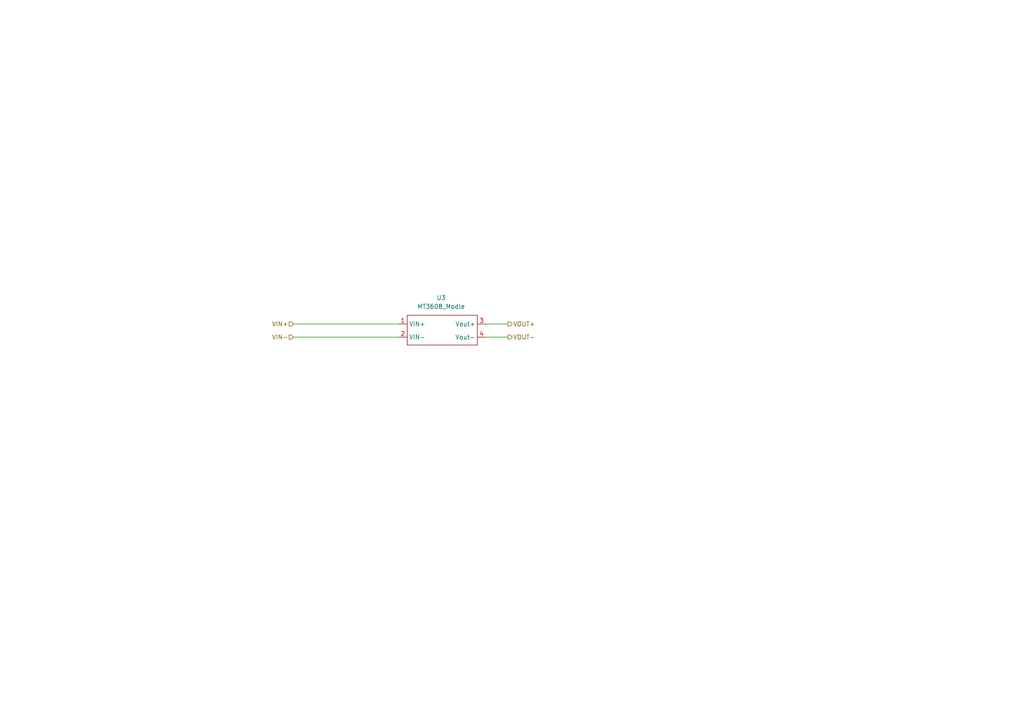
<source format=kicad_sch>
(kicad_sch (version 20230121) (generator eeschema)
  (paper "A4")
  (lib_symbols
    (symbol "SharedLibrary:MT3608_Modle"
      (property "Reference" "U4" (at -0.3175 3.81 0))
      (property "Value" "MT3608_Modle" (at -0.3175 1.27 0))
      (symbol "MT3608_Modle_0_1"
        (rectangle (start -10.16 -1.27) (end 10.16 -9.906))
      )
      (symbol "MT3608_Modle_1_1"
        (pin input line (at -12.7 -3.81 0) (length 2.54) (name "VIN+") (number "1"))
        (pin input line (at -12.7 -7.62 0) (length 2.54) (name "VIN-") (number "2"))
        (pin output line (at 12.7 -3.81 180) (length 2.54) (name "Vout+") (number "3"))
        (pin output line (at 12.7 -7.62 180) (length 2.54) (name "Vout-") (number "4"))
      )
    )
  )
  (wire (pts (xy 85.09 97.79) (xy 115.57 97.79)))
  (wire (pts (xy 85.09 93.98) (xy 115.57 93.98)))
  (wire (pts (xy 140.97 93.98) (xy 147.32 93.98)))
  (wire (pts (xy 140.97 97.79) (xy 147.32 97.79)))
  (hierarchical_label "VOUT+" (shape output) (at 147.32 93.98 0))
  (hierarchical_label "VOUT-" (shape output) (at 147.32 97.79 0))
  (hierarchical_label "VIN-" (shape input) (at 85.09 97.79 180))
  (hierarchical_label "VIN+" (shape input) (at 85.09 93.98 180))
  (symbol (lib_id "SharedLibrary:MT3608_Modle") (at 128.27 90.17 0) (unit 1)
    (property "Reference" "U3" (at 127.9525 86.36 0))
    (property "Value" "MT3608_Modle" (at 127.9525 88.9 0))
    (property "Footprint" "AppendLibrary:MT3068_Module" (effects hide))
    (instances (project "VESC_OVP_Resistor_Schematic_v41" (path "" (reference "U3") (unit 1))) (project "OpenffbExp" (path "" (reference "U9") (unit 1))) (project "Cheap FOCer 2 60mm" (path "" (reference "U8") (unit 1))))
  )
)
</source>
